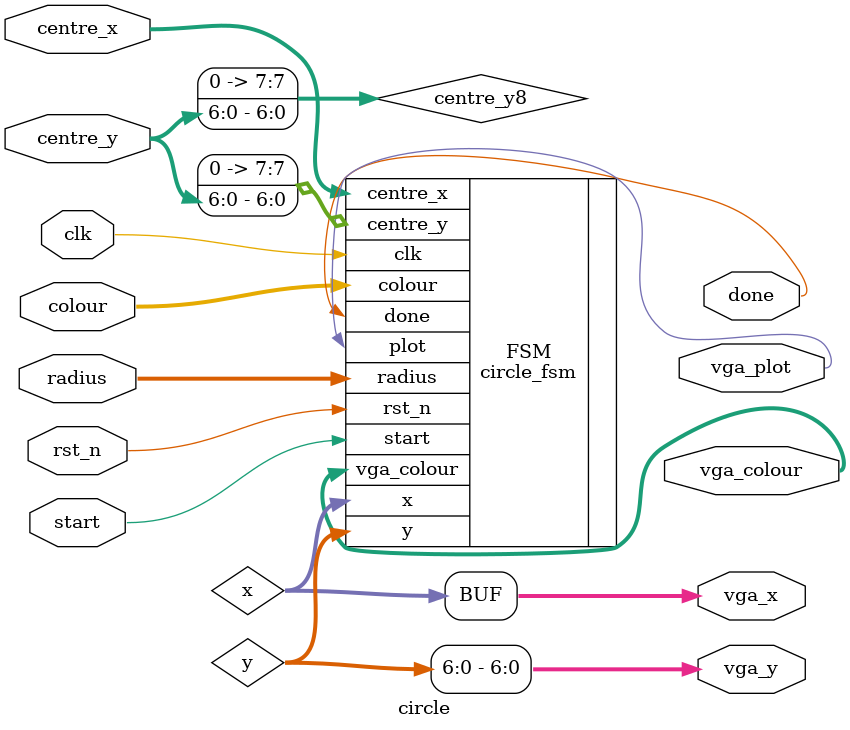
<source format=sv>
module circle(input logic clk, input logic rst_n, input logic [2:0] colour,
              input logic [7:0] centre_x, input logic [6:0] centre_y, input logic [7:0] radius,
              input logic start, output logic done,
              output logic [7:0] vga_x, output logic [6:0] vga_y,
              output logic [2:0] vga_colour, output logic vga_plot);

logic [7:0] centre_y8;
logic [7:0] x;
logic [7:0] y;

assign centre_y8 = {1'b0,centre_y};

circle_fsm FSM(
.clk (clk),
.rst_n (rst_n),
.colour (colour),
.centre_x (centre_x),
.centre_y (centre_y8),
.radius (radius),
.start (start),
.done (done),
.x (x),
.y (y),
.vga_colour (vga_colour),
.plot (vga_plot)
);

assign vga_x = x;
assign vga_y = y[6:0];
endmodule


</source>
